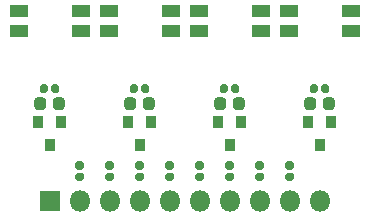
<source format=gbr>
%TF.GenerationSoftware,KiCad,Pcbnew,5.1.6-c6e7f7d~87~ubuntu18.04.1*%
%TF.CreationDate,2020-10-02T11:35:24-04:00*%
%TF.ProjectId,breadboard-io,62726561-6462-46f6-9172-642d696f2e6b,rev?*%
%TF.SameCoordinates,Original*%
%TF.FileFunction,Soldermask,Top*%
%TF.FilePolarity,Negative*%
%FSLAX46Y46*%
G04 Gerber Fmt 4.6, Leading zero omitted, Abs format (unit mm)*
G04 Created by KiCad (PCBNEW 5.1.6-c6e7f7d~87~ubuntu18.04.1) date 2020-10-02 11:35:24*
%MOMM*%
%LPD*%
G01*
G04 APERTURE LIST*
%ADD10R,1.650000X1.100000*%
%ADD11R,0.900000X1.000000*%
%ADD12O,1.800000X1.800000*%
%ADD13R,1.800000X1.800000*%
G04 APERTURE END LIST*
D10*
%TO.C,SW4*%
X151215000Y-103290000D03*
X145965000Y-103290000D03*
X145965000Y-104990000D03*
X151215000Y-104990000D03*
%TD*%
%TO.C,SW3*%
X143595000Y-103290000D03*
X138345000Y-103290000D03*
X138345000Y-104990000D03*
X143595000Y-104990000D03*
%TD*%
%TO.C,SW2*%
X135975000Y-103290000D03*
X130725000Y-103290000D03*
X130725000Y-104990000D03*
X135975000Y-104990000D03*
%TD*%
%TO.C,SW1*%
X128355000Y-103290000D03*
X123105000Y-103290000D03*
X123105000Y-104990000D03*
X128355000Y-104990000D03*
%TD*%
%TO.C,R12*%
G36*
G01*
X146247500Y-116700000D02*
X145852500Y-116700000D01*
G75*
G02*
X145680000Y-116527500I0J172500D01*
G01*
X145680000Y-116182500D01*
G75*
G02*
X145852500Y-116010000I172500J0D01*
G01*
X146247500Y-116010000D01*
G75*
G02*
X146420000Y-116182500I0J-172500D01*
G01*
X146420000Y-116527500D01*
G75*
G02*
X146247500Y-116700000I-172500J0D01*
G01*
G37*
G36*
G01*
X146247500Y-117670000D02*
X145852500Y-117670000D01*
G75*
G02*
X145680000Y-117497500I0J172500D01*
G01*
X145680000Y-117152500D01*
G75*
G02*
X145852500Y-116980000I172500J0D01*
G01*
X146247500Y-116980000D01*
G75*
G02*
X146420000Y-117152500I0J-172500D01*
G01*
X146420000Y-117497500D01*
G75*
G02*
X146247500Y-117670000I-172500J0D01*
G01*
G37*
%TD*%
%TO.C,R11*%
G36*
G01*
X143707500Y-116700000D02*
X143312500Y-116700000D01*
G75*
G02*
X143140000Y-116527500I0J172500D01*
G01*
X143140000Y-116182500D01*
G75*
G02*
X143312500Y-116010000I172500J0D01*
G01*
X143707500Y-116010000D01*
G75*
G02*
X143880000Y-116182500I0J-172500D01*
G01*
X143880000Y-116527500D01*
G75*
G02*
X143707500Y-116700000I-172500J0D01*
G01*
G37*
G36*
G01*
X143707500Y-117670000D02*
X143312500Y-117670000D01*
G75*
G02*
X143140000Y-117497500I0J172500D01*
G01*
X143140000Y-117152500D01*
G75*
G02*
X143312500Y-116980000I172500J0D01*
G01*
X143707500Y-116980000D01*
G75*
G02*
X143880000Y-117152500I0J-172500D01*
G01*
X143880000Y-117497500D01*
G75*
G02*
X143707500Y-117670000I-172500J0D01*
G01*
G37*
%TD*%
%TO.C,R10*%
G36*
G01*
X141167500Y-116700000D02*
X140772500Y-116700000D01*
G75*
G02*
X140600000Y-116527500I0J172500D01*
G01*
X140600000Y-116182500D01*
G75*
G02*
X140772500Y-116010000I172500J0D01*
G01*
X141167500Y-116010000D01*
G75*
G02*
X141340000Y-116182500I0J-172500D01*
G01*
X141340000Y-116527500D01*
G75*
G02*
X141167500Y-116700000I-172500J0D01*
G01*
G37*
G36*
G01*
X141167500Y-117670000D02*
X140772500Y-117670000D01*
G75*
G02*
X140600000Y-117497500I0J172500D01*
G01*
X140600000Y-117152500D01*
G75*
G02*
X140772500Y-116980000I172500J0D01*
G01*
X141167500Y-116980000D01*
G75*
G02*
X141340000Y-117152500I0J-172500D01*
G01*
X141340000Y-117497500D01*
G75*
G02*
X141167500Y-117670000I-172500J0D01*
G01*
G37*
%TD*%
%TO.C,R9*%
G36*
G01*
X138627500Y-116700000D02*
X138232500Y-116700000D01*
G75*
G02*
X138060000Y-116527500I0J172500D01*
G01*
X138060000Y-116182500D01*
G75*
G02*
X138232500Y-116010000I172500J0D01*
G01*
X138627500Y-116010000D01*
G75*
G02*
X138800000Y-116182500I0J-172500D01*
G01*
X138800000Y-116527500D01*
G75*
G02*
X138627500Y-116700000I-172500J0D01*
G01*
G37*
G36*
G01*
X138627500Y-117670000D02*
X138232500Y-117670000D01*
G75*
G02*
X138060000Y-117497500I0J172500D01*
G01*
X138060000Y-117152500D01*
G75*
G02*
X138232500Y-116980000I172500J0D01*
G01*
X138627500Y-116980000D01*
G75*
G02*
X138800000Y-117152500I0J-172500D01*
G01*
X138800000Y-117497500D01*
G75*
G02*
X138627500Y-117670000I-172500J0D01*
G01*
G37*
%TD*%
%TO.C,R8*%
G36*
G01*
X148450000Y-109657500D02*
X148450000Y-110052500D01*
G75*
G02*
X148277500Y-110225000I-172500J0D01*
G01*
X147932500Y-110225000D01*
G75*
G02*
X147760000Y-110052500I0J172500D01*
G01*
X147760000Y-109657500D01*
G75*
G02*
X147932500Y-109485000I172500J0D01*
G01*
X148277500Y-109485000D01*
G75*
G02*
X148450000Y-109657500I0J-172500D01*
G01*
G37*
G36*
G01*
X149420000Y-109657500D02*
X149420000Y-110052500D01*
G75*
G02*
X149247500Y-110225000I-172500J0D01*
G01*
X148902500Y-110225000D01*
G75*
G02*
X148730000Y-110052500I0J172500D01*
G01*
X148730000Y-109657500D01*
G75*
G02*
X148902500Y-109485000I172500J0D01*
G01*
X149247500Y-109485000D01*
G75*
G02*
X149420000Y-109657500I0J-172500D01*
G01*
G37*
%TD*%
%TO.C,R7*%
G36*
G01*
X140830000Y-109657500D02*
X140830000Y-110052500D01*
G75*
G02*
X140657500Y-110225000I-172500J0D01*
G01*
X140312500Y-110225000D01*
G75*
G02*
X140140000Y-110052500I0J172500D01*
G01*
X140140000Y-109657500D01*
G75*
G02*
X140312500Y-109485000I172500J0D01*
G01*
X140657500Y-109485000D01*
G75*
G02*
X140830000Y-109657500I0J-172500D01*
G01*
G37*
G36*
G01*
X141800000Y-109657500D02*
X141800000Y-110052500D01*
G75*
G02*
X141627500Y-110225000I-172500J0D01*
G01*
X141282500Y-110225000D01*
G75*
G02*
X141110000Y-110052500I0J172500D01*
G01*
X141110000Y-109657500D01*
G75*
G02*
X141282500Y-109485000I172500J0D01*
G01*
X141627500Y-109485000D01*
G75*
G02*
X141800000Y-109657500I0J-172500D01*
G01*
G37*
%TD*%
%TO.C,R6*%
G36*
G01*
X133210000Y-109657500D02*
X133210000Y-110052500D01*
G75*
G02*
X133037500Y-110225000I-172500J0D01*
G01*
X132692500Y-110225000D01*
G75*
G02*
X132520000Y-110052500I0J172500D01*
G01*
X132520000Y-109657500D01*
G75*
G02*
X132692500Y-109485000I172500J0D01*
G01*
X133037500Y-109485000D01*
G75*
G02*
X133210000Y-109657500I0J-172500D01*
G01*
G37*
G36*
G01*
X134180000Y-109657500D02*
X134180000Y-110052500D01*
G75*
G02*
X134007500Y-110225000I-172500J0D01*
G01*
X133662500Y-110225000D01*
G75*
G02*
X133490000Y-110052500I0J172500D01*
G01*
X133490000Y-109657500D01*
G75*
G02*
X133662500Y-109485000I172500J0D01*
G01*
X134007500Y-109485000D01*
G75*
G02*
X134180000Y-109657500I0J-172500D01*
G01*
G37*
%TD*%
%TO.C,R5*%
G36*
G01*
X125590000Y-109657500D02*
X125590000Y-110052500D01*
G75*
G02*
X125417500Y-110225000I-172500J0D01*
G01*
X125072500Y-110225000D01*
G75*
G02*
X124900000Y-110052500I0J172500D01*
G01*
X124900000Y-109657500D01*
G75*
G02*
X125072500Y-109485000I172500J0D01*
G01*
X125417500Y-109485000D01*
G75*
G02*
X125590000Y-109657500I0J-172500D01*
G01*
G37*
G36*
G01*
X126560000Y-109657500D02*
X126560000Y-110052500D01*
G75*
G02*
X126387500Y-110225000I-172500J0D01*
G01*
X126042500Y-110225000D01*
G75*
G02*
X125870000Y-110052500I0J172500D01*
G01*
X125870000Y-109657500D01*
G75*
G02*
X126042500Y-109485000I172500J0D01*
G01*
X126387500Y-109485000D01*
G75*
G02*
X126560000Y-109657500I0J-172500D01*
G01*
G37*
%TD*%
%TO.C,R4*%
G36*
G01*
X136087500Y-116700000D02*
X135692500Y-116700000D01*
G75*
G02*
X135520000Y-116527500I0J172500D01*
G01*
X135520000Y-116182500D01*
G75*
G02*
X135692500Y-116010000I172500J0D01*
G01*
X136087500Y-116010000D01*
G75*
G02*
X136260000Y-116182500I0J-172500D01*
G01*
X136260000Y-116527500D01*
G75*
G02*
X136087500Y-116700000I-172500J0D01*
G01*
G37*
G36*
G01*
X136087500Y-117670000D02*
X135692500Y-117670000D01*
G75*
G02*
X135520000Y-117497500I0J172500D01*
G01*
X135520000Y-117152500D01*
G75*
G02*
X135692500Y-116980000I172500J0D01*
G01*
X136087500Y-116980000D01*
G75*
G02*
X136260000Y-117152500I0J-172500D01*
G01*
X136260000Y-117497500D01*
G75*
G02*
X136087500Y-117670000I-172500J0D01*
G01*
G37*
%TD*%
%TO.C,R3*%
G36*
G01*
X133547500Y-116700000D02*
X133152500Y-116700000D01*
G75*
G02*
X132980000Y-116527500I0J172500D01*
G01*
X132980000Y-116182500D01*
G75*
G02*
X133152500Y-116010000I172500J0D01*
G01*
X133547500Y-116010000D01*
G75*
G02*
X133720000Y-116182500I0J-172500D01*
G01*
X133720000Y-116527500D01*
G75*
G02*
X133547500Y-116700000I-172500J0D01*
G01*
G37*
G36*
G01*
X133547500Y-117670000D02*
X133152500Y-117670000D01*
G75*
G02*
X132980000Y-117497500I0J172500D01*
G01*
X132980000Y-117152500D01*
G75*
G02*
X133152500Y-116980000I172500J0D01*
G01*
X133547500Y-116980000D01*
G75*
G02*
X133720000Y-117152500I0J-172500D01*
G01*
X133720000Y-117497500D01*
G75*
G02*
X133547500Y-117670000I-172500J0D01*
G01*
G37*
%TD*%
%TO.C,R2*%
G36*
G01*
X131007500Y-116700000D02*
X130612500Y-116700000D01*
G75*
G02*
X130440000Y-116527500I0J172500D01*
G01*
X130440000Y-116182500D01*
G75*
G02*
X130612500Y-116010000I172500J0D01*
G01*
X131007500Y-116010000D01*
G75*
G02*
X131180000Y-116182500I0J-172500D01*
G01*
X131180000Y-116527500D01*
G75*
G02*
X131007500Y-116700000I-172500J0D01*
G01*
G37*
G36*
G01*
X131007500Y-117670000D02*
X130612500Y-117670000D01*
G75*
G02*
X130440000Y-117497500I0J172500D01*
G01*
X130440000Y-117152500D01*
G75*
G02*
X130612500Y-116980000I172500J0D01*
G01*
X131007500Y-116980000D01*
G75*
G02*
X131180000Y-117152500I0J-172500D01*
G01*
X131180000Y-117497500D01*
G75*
G02*
X131007500Y-117670000I-172500J0D01*
G01*
G37*
%TD*%
%TO.C,R1*%
G36*
G01*
X128467500Y-116700000D02*
X128072500Y-116700000D01*
G75*
G02*
X127900000Y-116527500I0J172500D01*
G01*
X127900000Y-116182500D01*
G75*
G02*
X128072500Y-116010000I172500J0D01*
G01*
X128467500Y-116010000D01*
G75*
G02*
X128640000Y-116182500I0J-172500D01*
G01*
X128640000Y-116527500D01*
G75*
G02*
X128467500Y-116700000I-172500J0D01*
G01*
G37*
G36*
G01*
X128467500Y-117670000D02*
X128072500Y-117670000D01*
G75*
G02*
X127900000Y-117497500I0J172500D01*
G01*
X127900000Y-117152500D01*
G75*
G02*
X128072500Y-116980000I172500J0D01*
G01*
X128467500Y-116980000D01*
G75*
G02*
X128640000Y-117152500I0J-172500D01*
G01*
X128640000Y-117497500D01*
G75*
G02*
X128467500Y-117670000I-172500J0D01*
G01*
G37*
%TD*%
D11*
%TO.C,Q4*%
X148590000Y-114665000D03*
X147640000Y-112665000D03*
X149540000Y-112665000D03*
%TD*%
%TO.C,Q3*%
X140970000Y-114665000D03*
X140020000Y-112665000D03*
X141920000Y-112665000D03*
%TD*%
%TO.C,Q2*%
X133350000Y-114665000D03*
X132400000Y-112665000D03*
X134300000Y-112665000D03*
%TD*%
%TO.C,Q1*%
X125730000Y-114665000D03*
X124780000Y-112665000D03*
X126680000Y-112665000D03*
%TD*%
D12*
%TO.C,J1*%
X148590000Y-119380000D03*
X146050000Y-119380000D03*
X143510000Y-119380000D03*
X140970000Y-119380000D03*
X138430000Y-119380000D03*
X135890000Y-119380000D03*
X133350000Y-119380000D03*
X130810000Y-119380000D03*
X128270000Y-119380000D03*
D13*
X125730000Y-119380000D03*
%TD*%
%TO.C,D4*%
G36*
G01*
X148290000Y-110843750D02*
X148290000Y-111406250D01*
G75*
G02*
X148046250Y-111650000I-243750J0D01*
G01*
X147558750Y-111650000D01*
G75*
G02*
X147315000Y-111406250I0J243750D01*
G01*
X147315000Y-110843750D01*
G75*
G02*
X147558750Y-110600000I243750J0D01*
G01*
X148046250Y-110600000D01*
G75*
G02*
X148290000Y-110843750I0J-243750D01*
G01*
G37*
G36*
G01*
X149865000Y-110843750D02*
X149865000Y-111406250D01*
G75*
G02*
X149621250Y-111650000I-243750J0D01*
G01*
X149133750Y-111650000D01*
G75*
G02*
X148890000Y-111406250I0J243750D01*
G01*
X148890000Y-110843750D01*
G75*
G02*
X149133750Y-110600000I243750J0D01*
G01*
X149621250Y-110600000D01*
G75*
G02*
X149865000Y-110843750I0J-243750D01*
G01*
G37*
%TD*%
%TO.C,D3*%
G36*
G01*
X140670000Y-110843750D02*
X140670000Y-111406250D01*
G75*
G02*
X140426250Y-111650000I-243750J0D01*
G01*
X139938750Y-111650000D01*
G75*
G02*
X139695000Y-111406250I0J243750D01*
G01*
X139695000Y-110843750D01*
G75*
G02*
X139938750Y-110600000I243750J0D01*
G01*
X140426250Y-110600000D01*
G75*
G02*
X140670000Y-110843750I0J-243750D01*
G01*
G37*
G36*
G01*
X142245000Y-110843750D02*
X142245000Y-111406250D01*
G75*
G02*
X142001250Y-111650000I-243750J0D01*
G01*
X141513750Y-111650000D01*
G75*
G02*
X141270000Y-111406250I0J243750D01*
G01*
X141270000Y-110843750D01*
G75*
G02*
X141513750Y-110600000I243750J0D01*
G01*
X142001250Y-110600000D01*
G75*
G02*
X142245000Y-110843750I0J-243750D01*
G01*
G37*
%TD*%
%TO.C,D2*%
G36*
G01*
X133050000Y-110843750D02*
X133050000Y-111406250D01*
G75*
G02*
X132806250Y-111650000I-243750J0D01*
G01*
X132318750Y-111650000D01*
G75*
G02*
X132075000Y-111406250I0J243750D01*
G01*
X132075000Y-110843750D01*
G75*
G02*
X132318750Y-110600000I243750J0D01*
G01*
X132806250Y-110600000D01*
G75*
G02*
X133050000Y-110843750I0J-243750D01*
G01*
G37*
G36*
G01*
X134625000Y-110843750D02*
X134625000Y-111406250D01*
G75*
G02*
X134381250Y-111650000I-243750J0D01*
G01*
X133893750Y-111650000D01*
G75*
G02*
X133650000Y-111406250I0J243750D01*
G01*
X133650000Y-110843750D01*
G75*
G02*
X133893750Y-110600000I243750J0D01*
G01*
X134381250Y-110600000D01*
G75*
G02*
X134625000Y-110843750I0J-243750D01*
G01*
G37*
%TD*%
%TO.C,D1*%
G36*
G01*
X125430000Y-110843750D02*
X125430000Y-111406250D01*
G75*
G02*
X125186250Y-111650000I-243750J0D01*
G01*
X124698750Y-111650000D01*
G75*
G02*
X124455000Y-111406250I0J243750D01*
G01*
X124455000Y-110843750D01*
G75*
G02*
X124698750Y-110600000I243750J0D01*
G01*
X125186250Y-110600000D01*
G75*
G02*
X125430000Y-110843750I0J-243750D01*
G01*
G37*
G36*
G01*
X127005000Y-110843750D02*
X127005000Y-111406250D01*
G75*
G02*
X126761250Y-111650000I-243750J0D01*
G01*
X126273750Y-111650000D01*
G75*
G02*
X126030000Y-111406250I0J243750D01*
G01*
X126030000Y-110843750D01*
G75*
G02*
X126273750Y-110600000I243750J0D01*
G01*
X126761250Y-110600000D01*
G75*
G02*
X127005000Y-110843750I0J-243750D01*
G01*
G37*
%TD*%
M02*

</source>
